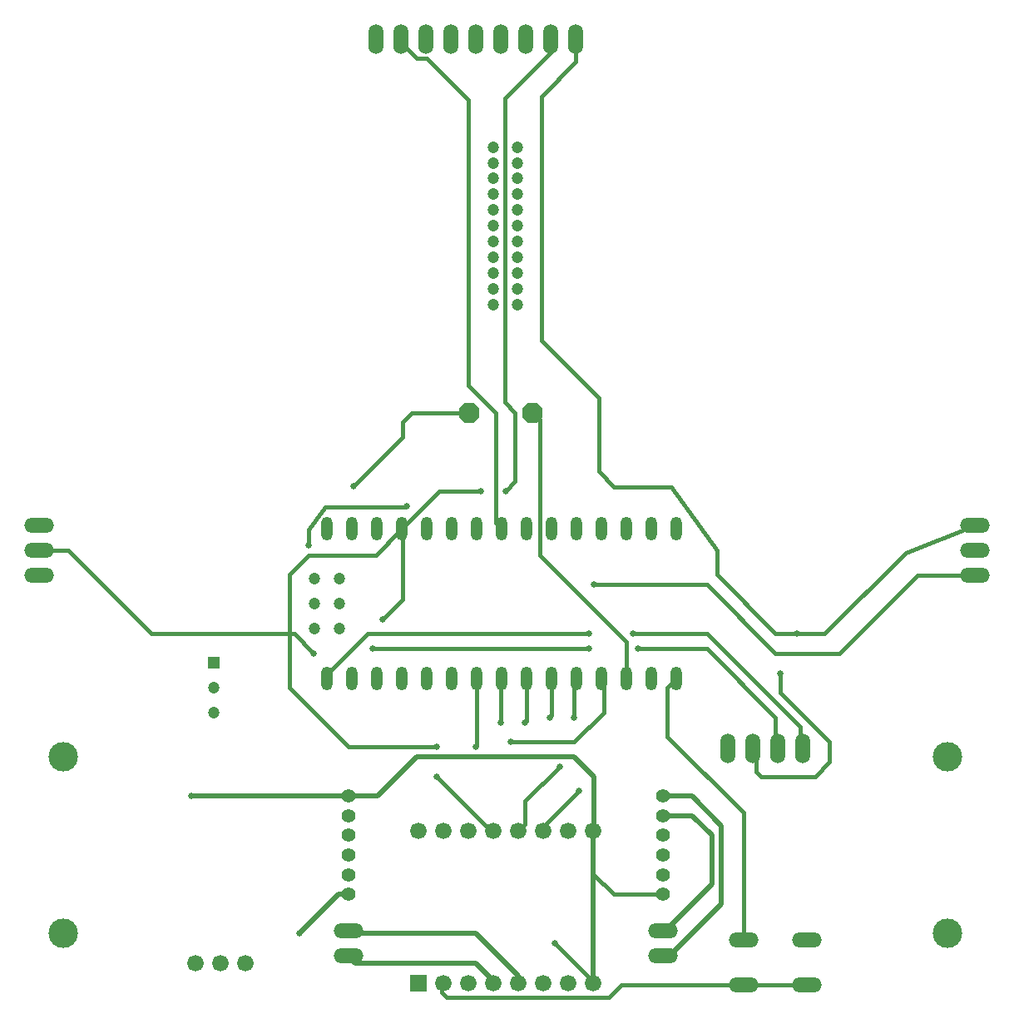
<source format=gbl>
G04 Layer_Physical_Order=2*
G04 Layer_Color=16711680*
%FSLAX42Y42*%
%MOMM*%
G71*
G01*
G75*
%ADD11C,0.41*%
%ADD12C,0.51*%
%ADD13O,3.05X1.52*%
%ADD14C,1.20*%
%ADD15R,1.20X1.20*%
%ADD16O,1.20X2.40*%
%ADD17C,1.68*%
%ADD18R,1.68X1.68*%
%ADD19O,1.52X3.05*%
%ADD20C,1.42*%
%ADD21P,2.26X8X22.5*%
%ADD22C,3.00*%
%ADD23C,1.20*%
%ADD24C,0.65*%
D11*
X-2200Y-1250D02*
X-2150D01*
X-3600D02*
X-2200D01*
Y-650D01*
Y-1800D02*
Y-1250D01*
X978Y-1707D02*
X1000Y-1728D01*
Y-2050D02*
Y-1728D01*
X700Y-2350D02*
X1000Y-2050D01*
X50Y-2350D02*
X700D01*
X-100Y-120D02*
X-38Y-183D01*
X-100Y-120D02*
Y1000D01*
X-900Y4600D02*
X-800D01*
X-1062Y4762D02*
X-900Y4600D01*
X-1062Y4762D02*
Y4800D01*
X-1010Y40D02*
X-1000Y50D01*
X-1836Y40D02*
X-1010D01*
X-2000Y-190D02*
X-1836Y40D01*
X-2000Y-350D02*
Y-190D01*
X900Y-750D02*
X2050D01*
X2750Y-1450D01*
X3400D01*
X4195Y-655D01*
X4779D01*
X3000Y-2398D02*
X3022Y-2420D01*
X3000Y-2398D02*
Y-2200D01*
X2050Y-1250D02*
X3000Y-2200D01*
X1300Y-1250D02*
X2050D01*
X-1400D02*
X850D01*
X-1816Y-1666D02*
X-1400Y-1250D01*
X-1816Y-1707D02*
Y-1666D01*
X2750Y-2402D02*
X2768Y-2420D01*
X2750Y-2402D02*
Y-2100D01*
X2050Y-1400D02*
X2750Y-2100D01*
X1350Y-1400D02*
X2050D01*
X-1350D02*
X850D01*
X1650Y-1797D02*
X1740Y-1707D01*
X1650Y-2300D02*
Y-1797D01*
Y-2300D02*
X2422Y-3072D01*
Y-4366D02*
Y-3072D01*
X278Y996D02*
X350Y924D01*
Y-450D02*
Y924D01*
Y-450D02*
X1232Y-1332D01*
Y-1707D02*
Y-1332D01*
X-50Y-1719D02*
X-38Y-1707D01*
X-50Y-2150D02*
Y-1719D01*
X-300Y-2400D02*
X-292Y-2392D01*
Y-1707D01*
X130Y-3254D02*
X200Y-3184D01*
Y-2950D01*
X550Y-2600D01*
X450Y-2100D02*
X470Y-2080D01*
Y-1707D01*
X700Y-1731D02*
X724Y-1707D01*
X700Y-2100D02*
Y-1731D01*
X384Y-3216D02*
X750Y-2850D01*
X384Y-3254D02*
Y-3216D01*
X200Y-2150D02*
X216Y-2134D01*
Y-1707D01*
X-1550Y250D02*
X-1050Y750D01*
Y900D01*
X-954Y996D01*
X-372D01*
X505Y-4400D02*
X892Y-4787D01*
X500Y-4400D02*
X505D01*
X2600Y-2700D02*
X3150D01*
X2514Y-2420D02*
X2550Y-2456D01*
Y-2650D02*
Y-2456D01*
Y-2650D02*
X2600Y-2700D01*
X3150D02*
X3300Y-2550D01*
Y-2350D01*
X2800Y-1850D02*
X3300Y-2350D01*
X2800Y-1850D02*
Y-1650D01*
X2750Y-1250D02*
X2965D01*
X892Y-3692D02*
X1100Y-3900D01*
X1600D01*
X2150Y-650D02*
Y-401D01*
X3250Y-1250D02*
X4076Y-424D01*
X950Y400D02*
Y1150D01*
Y400D02*
X1106Y244D01*
X1692D01*
X2150Y-401D01*
Y-650D02*
X2750Y-1250D01*
X2965D02*
X3250D01*
X4076Y-424D02*
X4779Y-147D01*
X716Y4566D02*
Y4800D01*
X2422Y-4818D02*
X3072D01*
X-1050Y-900D02*
Y-225D01*
X-1250Y-1100D02*
X-1050Y-900D01*
X-2150Y-1250D02*
X-1950Y-1450D01*
X-4449Y-401D02*
X-3600Y-1250D01*
X-4746Y-401D02*
X-4449D01*
X-600Y-4950D02*
X1050D01*
X-650Y-4822D02*
X-632Y-4804D01*
X-650Y-4900D02*
Y-4822D01*
Y-4900D02*
X-600Y-4950D01*
X1050D02*
X1182Y-4818D01*
X2422D01*
X-2200Y-1800D02*
X-1600Y-2400D01*
X-1073Y-202D02*
X-1054Y-183D01*
X-1321Y-450D02*
X-1073Y-202D01*
X-2000Y-450D02*
X-1321D01*
X-2200Y-650D02*
X-2000Y-450D01*
X-1600Y-2400D02*
X-700D01*
Y-2700D02*
X-146Y-3254D01*
X-124D01*
X-1054Y-183D02*
X-671Y200D01*
X-250D01*
X-0D02*
X100Y300D01*
Y1000D01*
X462Y4662D02*
Y4800D01*
X-3Y1102D02*
X100Y1000D01*
X-3Y1102D02*
Y4198D01*
X462Y4662D01*
X-378Y1278D02*
X-100Y1000D01*
X-378Y1278D02*
Y4177D01*
X-800Y4600D02*
X-378Y4177D01*
X365Y1735D02*
X950Y1150D01*
X365Y1735D02*
Y4215D01*
X716Y4566D01*
X-1073Y-202D02*
X-1050Y-225D01*
D12*
X2200Y-4000D02*
Y-3200D01*
X1600Y-4527D02*
X1627Y-4500D01*
X1700D01*
X2200Y-4000D01*
X1900Y-2900D02*
X2200Y-3200D01*
X1600Y-2900D02*
X1900D01*
X1600Y-3100D02*
X1900D01*
X2100Y-3300D01*
Y-3800D02*
Y-3300D01*
X1627Y-4273D02*
X2100Y-3800D01*
X1600Y-4273D02*
X1627D01*
X-1600D02*
X-1573Y-4300D01*
X-300D01*
X130Y-4730D01*
Y-4804D02*
Y-4730D01*
X-1700Y-3900D02*
X-1600D01*
X-2100Y-4300D02*
X-1700Y-3900D01*
X-1600Y-4527D02*
X-1527Y-4600D01*
X-300D01*
X-124Y-4776D01*
Y-4804D02*
Y-4776D01*
X892Y-4804D02*
Y-4787D01*
Y-3692D01*
Y-3254D01*
X900Y-3246D01*
Y-2700D01*
X700Y-2500D02*
X900Y-2700D01*
X-900Y-2500D02*
X700D01*
X-1300Y-2900D02*
X-900Y-2500D01*
X-1600Y-2900D02*
X-1300D01*
X-3200D02*
X-1600D01*
D13*
X1600Y-4273D02*
D03*
Y-4527D02*
D03*
X-1600Y-4273D02*
D03*
Y-4527D02*
D03*
X-4746Y-147D02*
D03*
Y-401D02*
D03*
Y-655D02*
D03*
X4779D02*
D03*
Y-401D02*
D03*
Y-147D02*
D03*
X3072Y-4818D02*
D03*
Y-4366D02*
D03*
X2422Y-4818D02*
D03*
Y-4366D02*
D03*
D14*
X-2968Y-2052D02*
D03*
Y-1798D02*
D03*
X-1943Y-1199D02*
D03*
Y-945D02*
D03*
Y-691D02*
D03*
X-1689Y-1199D02*
D03*
Y-945D02*
D03*
Y-691D02*
D03*
D15*
X-2968Y-1544D02*
D03*
D16*
X-800Y-183D02*
D03*
X-546D02*
D03*
X-292D02*
D03*
X-38D02*
D03*
X-1054D02*
D03*
X1232D02*
D03*
X1486D02*
D03*
X1232Y-1707D02*
D03*
X1486D02*
D03*
X1740D02*
D03*
Y-183D02*
D03*
X978D02*
D03*
X724D02*
D03*
X470D02*
D03*
X216D02*
D03*
X-1308D02*
D03*
X-1562D02*
D03*
X-1816D02*
D03*
X978Y-1707D02*
D03*
X724D02*
D03*
X470D02*
D03*
X216D02*
D03*
X-38D02*
D03*
X-292D02*
D03*
X-546D02*
D03*
X-800D02*
D03*
X-1054D02*
D03*
X-1308D02*
D03*
X-1562D02*
D03*
X-1816D02*
D03*
D17*
X892Y-3254D02*
D03*
X638D02*
D03*
X384D02*
D03*
X130D02*
D03*
X-124D02*
D03*
X-378D02*
D03*
X-632D02*
D03*
X892Y-4804D02*
D03*
X638D02*
D03*
X384D02*
D03*
X130D02*
D03*
X-124D02*
D03*
X-378D02*
D03*
X-632D02*
D03*
X-886Y-3254D02*
D03*
X-2645Y-4601D02*
D03*
X-3153D02*
D03*
X-2899D02*
D03*
D18*
X-886Y-4804D02*
D03*
D19*
X-1316Y4800D02*
D03*
X-1062D02*
D03*
X-808D02*
D03*
X-554D02*
D03*
X-300D02*
D03*
X-46D02*
D03*
X208D02*
D03*
X462D02*
D03*
X716D02*
D03*
X3022Y-2420D02*
D03*
X2768D02*
D03*
X2514D02*
D03*
X2260D02*
D03*
D20*
X-1600Y-2900D02*
D03*
Y-3100D02*
D03*
Y-3300D02*
D03*
Y-3500D02*
D03*
Y-3700D02*
D03*
Y-3900D02*
D03*
X1600D02*
D03*
Y-3700D02*
D03*
Y-3500D02*
D03*
Y-3300D02*
D03*
Y-3100D02*
D03*
Y-2900D02*
D03*
D21*
X278Y996D02*
D03*
X-372D02*
D03*
D22*
X-4500Y-2500D02*
D03*
X4500D02*
D03*
X-4500Y-4300D02*
D03*
X4500D02*
D03*
D23*
X-127Y3060D02*
D03*
X126D02*
D03*
Y2900D02*
D03*
X-127D02*
D03*
X126Y3220D02*
D03*
X-127D02*
D03*
X126Y3380D02*
D03*
X-127D02*
D03*
X126Y3540D02*
D03*
X-127D02*
D03*
X126Y3700D02*
D03*
X-127D02*
D03*
Y2740D02*
D03*
X126D02*
D03*
X-127Y2580D02*
D03*
X126D02*
D03*
X-127Y2420D02*
D03*
X126D02*
D03*
X-127Y2100D02*
D03*
X126D02*
D03*
Y2260D02*
D03*
X-127D02*
D03*
D24*
X50Y-2350D02*
D03*
X-1000Y50D02*
D03*
X-2000Y-350D02*
D03*
X900Y-750D02*
D03*
X1300Y-1250D02*
D03*
X850D02*
D03*
X1350Y-1400D02*
D03*
X850D02*
D03*
X-1350D02*
D03*
X-50Y-2150D02*
D03*
X-300Y-2400D02*
D03*
X550Y-2600D02*
D03*
X450Y-2100D02*
D03*
X700D02*
D03*
X750Y-2850D02*
D03*
X200Y-2150D02*
D03*
X-2100Y-4300D02*
D03*
X-1550Y250D02*
D03*
X500Y-4400D02*
D03*
X2800Y-1650D02*
D03*
X2965Y-1250D02*
D03*
X-3200Y-2900D02*
D03*
X-1250Y-1100D02*
D03*
X-1950Y-1450D02*
D03*
X-700Y-2400D02*
D03*
Y-2700D02*
D03*
X-250Y200D02*
D03*
X-0D02*
D03*
M02*

</source>
